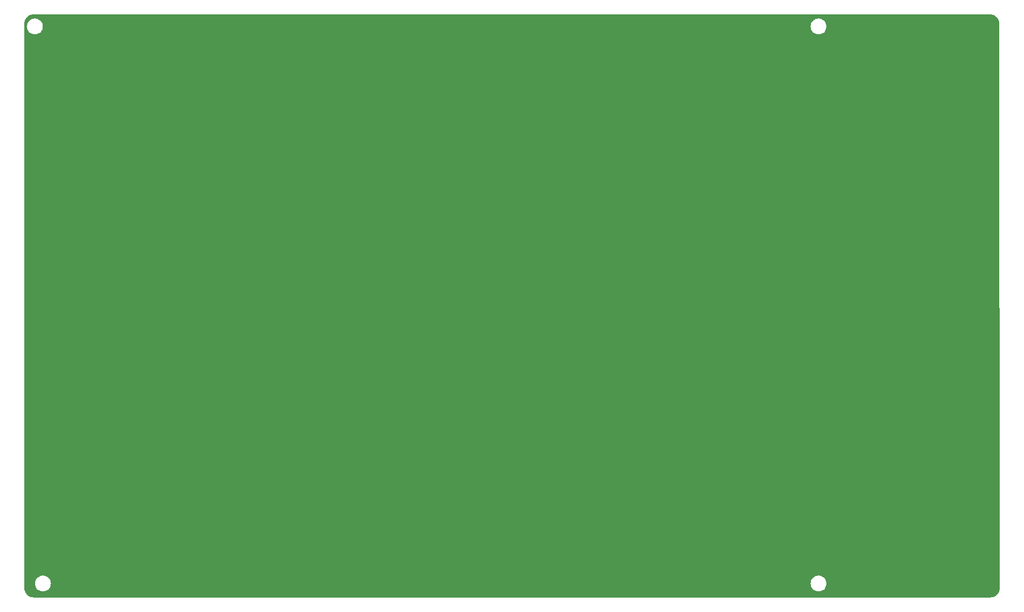
<source format=gbr>
%TF.GenerationSoftware,KiCad,Pcbnew,7.0.5*%
%TF.CreationDate,2023-07-21T14:17:52+03:00*%
%TF.ProjectId,MacroPadBottomPlate,4d616372-6f50-4616-9442-6f74746f6d50,rev?*%
%TF.SameCoordinates,Original*%
%TF.FileFunction,Copper,L2,Bot*%
%TF.FilePolarity,Positive*%
%FSLAX46Y46*%
G04 Gerber Fmt 4.6, Leading zero omitted, Abs format (unit mm)*
G04 Created by KiCad (PCBNEW 7.0.5) date 2023-07-21 14:17:52*
%MOMM*%
%LPD*%
G01*
G04 APERTURE LIST*
G04 APERTURE END LIST*
%TA.AperFunction,NonConductor*%
G36*
X236656209Y-42228262D02*
G01*
X236723837Y-42233098D01*
X236874209Y-42244931D01*
X236882505Y-42246153D01*
X236978105Y-42266950D01*
X236979219Y-42267204D01*
X237097289Y-42295550D01*
X237104482Y-42297747D01*
X237104536Y-42297767D01*
X237201252Y-42333840D01*
X237203273Y-42334635D01*
X237310283Y-42378961D01*
X237316255Y-42381818D01*
X237408804Y-42432353D01*
X237411397Y-42433854D01*
X237508409Y-42493303D01*
X237513166Y-42496530D01*
X237549756Y-42523921D01*
X237598285Y-42560250D01*
X237601397Y-42562739D01*
X237687277Y-42636088D01*
X237690853Y-42639394D01*
X237766211Y-42714752D01*
X237769509Y-42718319D01*
X237800508Y-42754615D01*
X237842864Y-42804208D01*
X237845353Y-42807319D01*
X237883001Y-42857609D01*
X237909064Y-42892426D01*
X237912290Y-42897180D01*
X237971721Y-42994163D01*
X237973274Y-42996846D01*
X238023775Y-43089333D01*
X238026641Y-43095324D01*
X238070958Y-43202313D01*
X238071768Y-43204373D01*
X238107851Y-43301116D01*
X238110049Y-43308316D01*
X238138375Y-43426299D01*
X238138671Y-43427594D01*
X238159443Y-43523080D01*
X238160670Y-43531404D01*
X238172479Y-43681457D01*
X238177343Y-43749469D01*
X238177501Y-43753852D01*
X238240998Y-140332862D01*
X238240840Y-140337328D01*
X238236005Y-140404913D01*
X238223425Y-140564800D01*
X238222198Y-140573125D01*
X238200749Y-140671724D01*
X238200453Y-140673019D01*
X238170644Y-140797177D01*
X238168446Y-140804375D01*
X238131051Y-140904638D01*
X238130240Y-140906699D01*
X238083709Y-141019033D01*
X238080842Y-141025024D01*
X238028424Y-141121019D01*
X238026872Y-141123701D01*
X237964544Y-141225411D01*
X237961312Y-141230173D01*
X237895159Y-141318543D01*
X237892670Y-141321655D01*
X237815747Y-141411720D01*
X237812441Y-141415296D01*
X237734192Y-141493545D01*
X237730616Y-141496851D01*
X237640556Y-141573770D01*
X237637444Y-141576259D01*
X237549069Y-141642416D01*
X237544306Y-141645648D01*
X237442594Y-141707976D01*
X237439913Y-141709528D01*
X237343920Y-141761946D01*
X237337928Y-141764812D01*
X237225600Y-141811340D01*
X237223541Y-141812150D01*
X237123276Y-141849547D01*
X237116077Y-141851745D01*
X237107461Y-141853813D01*
X236991864Y-141881564D01*
X236990571Y-141881860D01*
X236892031Y-141903296D01*
X236883707Y-141904524D01*
X236724134Y-141917083D01*
X236667177Y-141921157D01*
X236656150Y-141921946D01*
X236651731Y-141922104D01*
X73143715Y-141922104D01*
X73139292Y-141921946D01*
X73134974Y-141921637D01*
X73072105Y-141917139D01*
X72911733Y-141904515D01*
X72903410Y-141903288D01*
X72805281Y-141881941D01*
X72803987Y-141881645D01*
X72679360Y-141851725D01*
X72672160Y-141849527D01*
X72572173Y-141812234D01*
X72570113Y-141811424D01*
X72457498Y-141764777D01*
X72451507Y-141761911D01*
X72397494Y-141732418D01*
X72355720Y-141709608D01*
X72353073Y-141708075D01*
X72301560Y-141676508D01*
X72251117Y-141645596D01*
X72246354Y-141642365D01*
X72158152Y-141576337D01*
X72155041Y-141573848D01*
X72064813Y-141496787D01*
X72061237Y-141493481D01*
X71983111Y-141415355D01*
X71979816Y-141411791D01*
X71902750Y-141321559D01*
X71900276Y-141318465D01*
X71834229Y-141230238D01*
X71831009Y-141225493D01*
X71768542Y-141123557D01*
X71767002Y-141120895D01*
X71714685Y-141025085D01*
X71711818Y-141019093D01*
X71665174Y-140906483D01*
X71664385Y-140904481D01*
X71627068Y-140804430D01*
X71624876Y-140797249D01*
X71594939Y-140672554D01*
X71594681Y-140671428D01*
X71573306Y-140573170D01*
X71572083Y-140564871D01*
X71564441Y-140467777D01*
X71559435Y-140404156D01*
X71554658Y-140337369D01*
X71554500Y-140332945D01*
X71554500Y-139541354D01*
X73373341Y-139541354D01*
X73393936Y-139776757D01*
X73393938Y-139776767D01*
X73455094Y-140005009D01*
X73455096Y-140005013D01*
X73455097Y-140005017D01*
X73505031Y-140112099D01*
X73554964Y-140219182D01*
X73554965Y-140219184D01*
X73690505Y-140412756D01*
X73857597Y-140579848D01*
X74051169Y-140715388D01*
X74051171Y-140715389D01*
X74265337Y-140815257D01*
X74493592Y-140876417D01*
X74670032Y-140891853D01*
X74670033Y-140891854D01*
X74670034Y-140891854D01*
X74787967Y-140891854D01*
X74787967Y-140891853D01*
X74964408Y-140876417D01*
X75192663Y-140815257D01*
X75406829Y-140715389D01*
X75600401Y-140579849D01*
X75767495Y-140412755D01*
X75903035Y-140219184D01*
X76002903Y-140005017D01*
X76064063Y-139776762D01*
X76084659Y-139541354D01*
X205929591Y-139541354D01*
X205950186Y-139776757D01*
X205950188Y-139776767D01*
X206011344Y-140005009D01*
X206011346Y-140005013D01*
X206011347Y-140005017D01*
X206061280Y-140112100D01*
X206111214Y-140219182D01*
X206111215Y-140219184D01*
X206246755Y-140412756D01*
X206413847Y-140579848D01*
X206607419Y-140715388D01*
X206607421Y-140715389D01*
X206821587Y-140815257D01*
X207049842Y-140876417D01*
X207226282Y-140891853D01*
X207226283Y-140891854D01*
X207226284Y-140891854D01*
X207344217Y-140891854D01*
X207344217Y-140891853D01*
X207520658Y-140876417D01*
X207748913Y-140815257D01*
X207963079Y-140715389D01*
X208156651Y-140579849D01*
X208323745Y-140412755D01*
X208459285Y-140219184D01*
X208559153Y-140005017D01*
X208620313Y-139776762D01*
X208640909Y-139541354D01*
X208620313Y-139305946D01*
X208559153Y-139077691D01*
X208459285Y-138863525D01*
X208459284Y-138863523D01*
X208323744Y-138669951D01*
X208156652Y-138502859D01*
X207963080Y-138367319D01*
X207963078Y-138367318D01*
X207855995Y-138317384D01*
X207748913Y-138267451D01*
X207748909Y-138267450D01*
X207748905Y-138267448D01*
X207520663Y-138206292D01*
X207520653Y-138206290D01*
X207344217Y-138190854D01*
X207344216Y-138190854D01*
X207226284Y-138190854D01*
X207226283Y-138190854D01*
X207049846Y-138206290D01*
X207049836Y-138206292D01*
X206821594Y-138267448D01*
X206821585Y-138267452D01*
X206607421Y-138367318D01*
X206607419Y-138367319D01*
X206413847Y-138502859D01*
X206246756Y-138669951D01*
X206246751Y-138669958D01*
X206111217Y-138863519D01*
X206111215Y-138863523D01*
X206011348Y-139077689D01*
X206011344Y-139077698D01*
X205950188Y-139305940D01*
X205950186Y-139305950D01*
X205929591Y-139541353D01*
X205929591Y-139541354D01*
X76084659Y-139541354D01*
X76064063Y-139305946D01*
X76002903Y-139077691D01*
X75903035Y-138863525D01*
X75903034Y-138863523D01*
X75767494Y-138669951D01*
X75600402Y-138502859D01*
X75406830Y-138367319D01*
X75406828Y-138367318D01*
X75299746Y-138317385D01*
X75192663Y-138267451D01*
X75192659Y-138267450D01*
X75192655Y-138267448D01*
X74964413Y-138206292D01*
X74964403Y-138206290D01*
X74787967Y-138190854D01*
X74787966Y-138190854D01*
X74670034Y-138190854D01*
X74670033Y-138190854D01*
X74493596Y-138206290D01*
X74493586Y-138206292D01*
X74265344Y-138267448D01*
X74265335Y-138267452D01*
X74051171Y-138367318D01*
X74051169Y-138367319D01*
X73857597Y-138502859D01*
X73690506Y-138669951D01*
X73690501Y-138669958D01*
X73554967Y-138863519D01*
X73554965Y-138863523D01*
X73455098Y-139077689D01*
X73455094Y-139077698D01*
X73393938Y-139305940D01*
X73393936Y-139305950D01*
X73373341Y-139541353D01*
X73373341Y-139541354D01*
X71554500Y-139541354D01*
X71554500Y-44291354D01*
X71998341Y-44291354D01*
X72018936Y-44526757D01*
X72018938Y-44526767D01*
X72080094Y-44755009D01*
X72080096Y-44755013D01*
X72080097Y-44755017D01*
X72130031Y-44862100D01*
X72179964Y-44969182D01*
X72179965Y-44969184D01*
X72315505Y-45162756D01*
X72482597Y-45329848D01*
X72676169Y-45465388D01*
X72676171Y-45465389D01*
X72890337Y-45565257D01*
X73118592Y-45626417D01*
X73295032Y-45641853D01*
X73295033Y-45641854D01*
X73295034Y-45641854D01*
X73412967Y-45641854D01*
X73412967Y-45641853D01*
X73589408Y-45626417D01*
X73817663Y-45565257D01*
X74031829Y-45465389D01*
X74225401Y-45329849D01*
X74392495Y-45162755D01*
X74528035Y-44969184D01*
X74627903Y-44755017D01*
X74689063Y-44526762D01*
X74709659Y-44291354D01*
X205929591Y-44291354D01*
X205950186Y-44526757D01*
X205950188Y-44526767D01*
X206011344Y-44755009D01*
X206011346Y-44755013D01*
X206011347Y-44755017D01*
X206061281Y-44862099D01*
X206111214Y-44969182D01*
X206111215Y-44969184D01*
X206246755Y-45162756D01*
X206413847Y-45329848D01*
X206607419Y-45465388D01*
X206607421Y-45465389D01*
X206821587Y-45565257D01*
X207049842Y-45626417D01*
X207226282Y-45641853D01*
X207226283Y-45641854D01*
X207226284Y-45641854D01*
X207344217Y-45641854D01*
X207344217Y-45641853D01*
X207520658Y-45626417D01*
X207748913Y-45565257D01*
X207963079Y-45465389D01*
X208156651Y-45329849D01*
X208323745Y-45162755D01*
X208459285Y-44969184D01*
X208559153Y-44755017D01*
X208620313Y-44526762D01*
X208640909Y-44291354D01*
X208620313Y-44055946D01*
X208559153Y-43827691D01*
X208459285Y-43613525D01*
X208459284Y-43613523D01*
X208323744Y-43419951D01*
X208156652Y-43252859D01*
X207963080Y-43117319D01*
X207963078Y-43117318D01*
X207855995Y-43067385D01*
X207748913Y-43017451D01*
X207748909Y-43017450D01*
X207748905Y-43017448D01*
X207520663Y-42956292D01*
X207520653Y-42956290D01*
X207344217Y-42940854D01*
X207344216Y-42940854D01*
X207226284Y-42940854D01*
X207226283Y-42940854D01*
X207049846Y-42956290D01*
X207049836Y-42956292D01*
X206821594Y-43017448D01*
X206821587Y-43017450D01*
X206821587Y-43017451D01*
X206808066Y-43023755D01*
X206607421Y-43117318D01*
X206607419Y-43117319D01*
X206413847Y-43252859D01*
X206246756Y-43419951D01*
X206246751Y-43419958D01*
X206111217Y-43613519D01*
X206111215Y-43613523D01*
X206011348Y-43827689D01*
X206011344Y-43827698D01*
X205950188Y-44055940D01*
X205950186Y-44055950D01*
X205929591Y-44291353D01*
X205929591Y-44291354D01*
X74709659Y-44291354D01*
X74689063Y-44055946D01*
X74627903Y-43827691D01*
X74528035Y-43613525D01*
X74528034Y-43613523D01*
X74392494Y-43419951D01*
X74225402Y-43252859D01*
X74031830Y-43117319D01*
X74031828Y-43117318D01*
X73924745Y-43067385D01*
X73817663Y-43017451D01*
X73817659Y-43017450D01*
X73817655Y-43017448D01*
X73589413Y-42956292D01*
X73589403Y-42956290D01*
X73412967Y-42940854D01*
X73412966Y-42940854D01*
X73295034Y-42940854D01*
X73295033Y-42940854D01*
X73118596Y-42956290D01*
X73118586Y-42956292D01*
X72890344Y-43017448D01*
X72890337Y-43017450D01*
X72890337Y-43017451D01*
X72876816Y-43023755D01*
X72676171Y-43117318D01*
X72676169Y-43117319D01*
X72482597Y-43252859D01*
X72315506Y-43419951D01*
X72315501Y-43419958D01*
X72179967Y-43613519D01*
X72179965Y-43613523D01*
X72080098Y-43827689D01*
X72080094Y-43827698D01*
X72018938Y-44055940D01*
X72018936Y-44055950D01*
X71998341Y-44291353D01*
X71998341Y-44291354D01*
X71554500Y-44291354D01*
X71554500Y-43753814D01*
X71554658Y-43749390D01*
X71559472Y-43682084D01*
X71571338Y-43531337D01*
X71572562Y-43523040D01*
X71593281Y-43427793D01*
X71593520Y-43426750D01*
X71621970Y-43308246D01*
X71624162Y-43301068D01*
X71660177Y-43204506D01*
X71660916Y-43202626D01*
X71705396Y-43095240D01*
X71708243Y-43089289D01*
X71758681Y-42996917D01*
X71760173Y-42994341D01*
X71819771Y-42897087D01*
X71822964Y-42892381D01*
X71886577Y-42807403D01*
X71889040Y-42804325D01*
X71962582Y-42718218D01*
X71965841Y-42714693D01*
X72041106Y-42639428D01*
X72044618Y-42636182D01*
X72130757Y-42562612D01*
X72133763Y-42560207D01*
X72218776Y-42496567D01*
X72223479Y-42493375D01*
X72320743Y-42433772D01*
X72323338Y-42432270D01*
X72415706Y-42381833D01*
X72421623Y-42379003D01*
X72529030Y-42334514D01*
X72530876Y-42333788D01*
X72627469Y-42297761D01*
X72634635Y-42295573D01*
X72753163Y-42267117D01*
X72754224Y-42266874D01*
X72849435Y-42246162D01*
X72857733Y-42244939D01*
X73008787Y-42233050D01*
X73075734Y-42228262D01*
X73080159Y-42228104D01*
X236651785Y-42228104D01*
X236656209Y-42228262D01*
G37*
%TD.AperFunction*%
M02*

</source>
